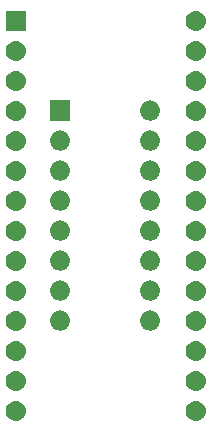
<source format=gbr>
G04 #@! TF.GenerationSoftware,KiCad,Pcbnew,(5.1.4)-1*
G04 #@! TF.CreationDate,2021-03-20T01:01:25-04:00*
G04 #@! TF.ProjectId,27c256_to_82s123,32376332-3536-45f7-946f-5f3832733132,rev?*
G04 #@! TF.SameCoordinates,Original*
G04 #@! TF.FileFunction,Soldermask,Top*
G04 #@! TF.FilePolarity,Negative*
%FSLAX46Y46*%
G04 Gerber Fmt 4.6, Leading zero omitted, Abs format (unit mm)*
G04 Created by KiCad (PCBNEW (5.1.4)-1) date 2021-03-20 01:01:25*
%MOMM*%
%LPD*%
G04 APERTURE LIST*
%ADD10C,0.100000*%
G04 APERTURE END LIST*
D10*
G36*
X172656823Y-119431313D02*
G01*
X172817242Y-119479976D01*
X172949906Y-119550886D01*
X172965078Y-119558996D01*
X173094659Y-119665341D01*
X173201004Y-119794922D01*
X173201005Y-119794924D01*
X173280024Y-119942758D01*
X173328687Y-120103177D01*
X173345117Y-120270000D01*
X173328687Y-120436823D01*
X173280024Y-120597242D01*
X173209114Y-120729906D01*
X173201004Y-120745078D01*
X173094659Y-120874659D01*
X172965078Y-120981004D01*
X172965076Y-120981005D01*
X172817242Y-121060024D01*
X172656823Y-121108687D01*
X172531804Y-121121000D01*
X172448196Y-121121000D01*
X172323177Y-121108687D01*
X172162758Y-121060024D01*
X172014924Y-120981005D01*
X172014922Y-120981004D01*
X171885341Y-120874659D01*
X171778996Y-120745078D01*
X171770886Y-120729906D01*
X171699976Y-120597242D01*
X171651313Y-120436823D01*
X171634883Y-120270000D01*
X171651313Y-120103177D01*
X171699976Y-119942758D01*
X171778995Y-119794924D01*
X171778996Y-119794922D01*
X171885341Y-119665341D01*
X172014922Y-119558996D01*
X172030094Y-119550886D01*
X172162758Y-119479976D01*
X172323177Y-119431313D01*
X172448196Y-119419000D01*
X172531804Y-119419000D01*
X172656823Y-119431313D01*
X172656823Y-119431313D01*
G37*
G36*
X157416823Y-119431313D02*
G01*
X157577242Y-119479976D01*
X157709906Y-119550886D01*
X157725078Y-119558996D01*
X157854659Y-119665341D01*
X157961004Y-119794922D01*
X157961005Y-119794924D01*
X158040024Y-119942758D01*
X158088687Y-120103177D01*
X158105117Y-120270000D01*
X158088687Y-120436823D01*
X158040024Y-120597242D01*
X157969114Y-120729906D01*
X157961004Y-120745078D01*
X157854659Y-120874659D01*
X157725078Y-120981004D01*
X157725076Y-120981005D01*
X157577242Y-121060024D01*
X157416823Y-121108687D01*
X157291804Y-121121000D01*
X157208196Y-121121000D01*
X157083177Y-121108687D01*
X156922758Y-121060024D01*
X156774924Y-120981005D01*
X156774922Y-120981004D01*
X156645341Y-120874659D01*
X156538996Y-120745078D01*
X156530886Y-120729906D01*
X156459976Y-120597242D01*
X156411313Y-120436823D01*
X156394883Y-120270000D01*
X156411313Y-120103177D01*
X156459976Y-119942758D01*
X156538995Y-119794924D01*
X156538996Y-119794922D01*
X156645341Y-119665341D01*
X156774922Y-119558996D01*
X156790094Y-119550886D01*
X156922758Y-119479976D01*
X157083177Y-119431313D01*
X157208196Y-119419000D01*
X157291804Y-119419000D01*
X157416823Y-119431313D01*
X157416823Y-119431313D01*
G37*
G36*
X157416823Y-116891313D02*
G01*
X157577242Y-116939976D01*
X157709906Y-117010886D01*
X157725078Y-117018996D01*
X157854659Y-117125341D01*
X157961004Y-117254922D01*
X157961005Y-117254924D01*
X158040024Y-117402758D01*
X158088687Y-117563177D01*
X158105117Y-117730000D01*
X158088687Y-117896823D01*
X158040024Y-118057242D01*
X157969114Y-118189906D01*
X157961004Y-118205078D01*
X157854659Y-118334659D01*
X157725078Y-118441004D01*
X157725076Y-118441005D01*
X157577242Y-118520024D01*
X157416823Y-118568687D01*
X157291804Y-118581000D01*
X157208196Y-118581000D01*
X157083177Y-118568687D01*
X156922758Y-118520024D01*
X156774924Y-118441005D01*
X156774922Y-118441004D01*
X156645341Y-118334659D01*
X156538996Y-118205078D01*
X156530886Y-118189906D01*
X156459976Y-118057242D01*
X156411313Y-117896823D01*
X156394883Y-117730000D01*
X156411313Y-117563177D01*
X156459976Y-117402758D01*
X156538995Y-117254924D01*
X156538996Y-117254922D01*
X156645341Y-117125341D01*
X156774922Y-117018996D01*
X156790094Y-117010886D01*
X156922758Y-116939976D01*
X157083177Y-116891313D01*
X157208196Y-116879000D01*
X157291804Y-116879000D01*
X157416823Y-116891313D01*
X157416823Y-116891313D01*
G37*
G36*
X172656823Y-116891313D02*
G01*
X172817242Y-116939976D01*
X172949906Y-117010886D01*
X172965078Y-117018996D01*
X173094659Y-117125341D01*
X173201004Y-117254922D01*
X173201005Y-117254924D01*
X173280024Y-117402758D01*
X173328687Y-117563177D01*
X173345117Y-117730000D01*
X173328687Y-117896823D01*
X173280024Y-118057242D01*
X173209114Y-118189906D01*
X173201004Y-118205078D01*
X173094659Y-118334659D01*
X172965078Y-118441004D01*
X172965076Y-118441005D01*
X172817242Y-118520024D01*
X172656823Y-118568687D01*
X172531804Y-118581000D01*
X172448196Y-118581000D01*
X172323177Y-118568687D01*
X172162758Y-118520024D01*
X172014924Y-118441005D01*
X172014922Y-118441004D01*
X171885341Y-118334659D01*
X171778996Y-118205078D01*
X171770886Y-118189906D01*
X171699976Y-118057242D01*
X171651313Y-117896823D01*
X171634883Y-117730000D01*
X171651313Y-117563177D01*
X171699976Y-117402758D01*
X171778995Y-117254924D01*
X171778996Y-117254922D01*
X171885341Y-117125341D01*
X172014922Y-117018996D01*
X172030094Y-117010886D01*
X172162758Y-116939976D01*
X172323177Y-116891313D01*
X172448196Y-116879000D01*
X172531804Y-116879000D01*
X172656823Y-116891313D01*
X172656823Y-116891313D01*
G37*
G36*
X157416823Y-114351313D02*
G01*
X157577242Y-114399976D01*
X157709906Y-114470886D01*
X157725078Y-114478996D01*
X157854659Y-114585341D01*
X157961004Y-114714922D01*
X157961005Y-114714924D01*
X158040024Y-114862758D01*
X158088687Y-115023177D01*
X158105117Y-115190000D01*
X158088687Y-115356823D01*
X158040024Y-115517242D01*
X157969114Y-115649906D01*
X157961004Y-115665078D01*
X157854659Y-115794659D01*
X157725078Y-115901004D01*
X157725076Y-115901005D01*
X157577242Y-115980024D01*
X157416823Y-116028687D01*
X157291804Y-116041000D01*
X157208196Y-116041000D01*
X157083177Y-116028687D01*
X156922758Y-115980024D01*
X156774924Y-115901005D01*
X156774922Y-115901004D01*
X156645341Y-115794659D01*
X156538996Y-115665078D01*
X156530886Y-115649906D01*
X156459976Y-115517242D01*
X156411313Y-115356823D01*
X156394883Y-115190000D01*
X156411313Y-115023177D01*
X156459976Y-114862758D01*
X156538995Y-114714924D01*
X156538996Y-114714922D01*
X156645341Y-114585341D01*
X156774922Y-114478996D01*
X156790094Y-114470886D01*
X156922758Y-114399976D01*
X157083177Y-114351313D01*
X157208196Y-114339000D01*
X157291804Y-114339000D01*
X157416823Y-114351313D01*
X157416823Y-114351313D01*
G37*
G36*
X172656823Y-114351313D02*
G01*
X172817242Y-114399976D01*
X172949906Y-114470886D01*
X172965078Y-114478996D01*
X173094659Y-114585341D01*
X173201004Y-114714922D01*
X173201005Y-114714924D01*
X173280024Y-114862758D01*
X173328687Y-115023177D01*
X173345117Y-115190000D01*
X173328687Y-115356823D01*
X173280024Y-115517242D01*
X173209114Y-115649906D01*
X173201004Y-115665078D01*
X173094659Y-115794659D01*
X172965078Y-115901004D01*
X172965076Y-115901005D01*
X172817242Y-115980024D01*
X172656823Y-116028687D01*
X172531804Y-116041000D01*
X172448196Y-116041000D01*
X172323177Y-116028687D01*
X172162758Y-115980024D01*
X172014924Y-115901005D01*
X172014922Y-115901004D01*
X171885341Y-115794659D01*
X171778996Y-115665078D01*
X171770886Y-115649906D01*
X171699976Y-115517242D01*
X171651313Y-115356823D01*
X171634883Y-115190000D01*
X171651313Y-115023177D01*
X171699976Y-114862758D01*
X171778995Y-114714924D01*
X171778996Y-114714922D01*
X171885341Y-114585341D01*
X172014922Y-114478996D01*
X172030094Y-114470886D01*
X172162758Y-114399976D01*
X172323177Y-114351313D01*
X172448196Y-114339000D01*
X172531804Y-114339000D01*
X172656823Y-114351313D01*
X172656823Y-114351313D01*
G37*
G36*
X172656823Y-111811313D02*
G01*
X172817242Y-111859976D01*
X172949906Y-111930886D01*
X172965078Y-111938996D01*
X173094659Y-112045341D01*
X173201004Y-112174922D01*
X173201005Y-112174924D01*
X173280024Y-112322758D01*
X173328687Y-112483177D01*
X173345117Y-112650000D01*
X173328687Y-112816823D01*
X173280024Y-112977242D01*
X173209114Y-113109906D01*
X173201004Y-113125078D01*
X173094659Y-113254659D01*
X172965078Y-113361004D01*
X172965076Y-113361005D01*
X172817242Y-113440024D01*
X172656823Y-113488687D01*
X172531804Y-113501000D01*
X172448196Y-113501000D01*
X172323177Y-113488687D01*
X172162758Y-113440024D01*
X172014924Y-113361005D01*
X172014922Y-113361004D01*
X171885341Y-113254659D01*
X171778996Y-113125078D01*
X171770886Y-113109906D01*
X171699976Y-112977242D01*
X171651313Y-112816823D01*
X171634883Y-112650000D01*
X171651313Y-112483177D01*
X171699976Y-112322758D01*
X171778995Y-112174924D01*
X171778996Y-112174922D01*
X171885341Y-112045341D01*
X172014922Y-111938996D01*
X172030094Y-111930886D01*
X172162758Y-111859976D01*
X172323177Y-111811313D01*
X172448196Y-111799000D01*
X172531804Y-111799000D01*
X172656823Y-111811313D01*
X172656823Y-111811313D01*
G37*
G36*
X157416823Y-111811313D02*
G01*
X157577242Y-111859976D01*
X157709906Y-111930886D01*
X157725078Y-111938996D01*
X157854659Y-112045341D01*
X157961004Y-112174922D01*
X157961005Y-112174924D01*
X158040024Y-112322758D01*
X158088687Y-112483177D01*
X158105117Y-112650000D01*
X158088687Y-112816823D01*
X158040024Y-112977242D01*
X157969114Y-113109906D01*
X157961004Y-113125078D01*
X157854659Y-113254659D01*
X157725078Y-113361004D01*
X157725076Y-113361005D01*
X157577242Y-113440024D01*
X157416823Y-113488687D01*
X157291804Y-113501000D01*
X157208196Y-113501000D01*
X157083177Y-113488687D01*
X156922758Y-113440024D01*
X156774924Y-113361005D01*
X156774922Y-113361004D01*
X156645341Y-113254659D01*
X156538996Y-113125078D01*
X156530886Y-113109906D01*
X156459976Y-112977242D01*
X156411313Y-112816823D01*
X156394883Y-112650000D01*
X156411313Y-112483177D01*
X156459976Y-112322758D01*
X156538995Y-112174924D01*
X156538996Y-112174922D01*
X156645341Y-112045341D01*
X156774922Y-111938996D01*
X156790094Y-111930886D01*
X156922758Y-111859976D01*
X157083177Y-111811313D01*
X157208196Y-111799000D01*
X157291804Y-111799000D01*
X157416823Y-111811313D01*
X157416823Y-111811313D01*
G37*
G36*
X161166823Y-111761313D02*
G01*
X161327242Y-111809976D01*
X161420783Y-111859975D01*
X161475078Y-111888996D01*
X161604659Y-111995341D01*
X161711004Y-112124922D01*
X161711005Y-112124924D01*
X161790024Y-112272758D01*
X161838687Y-112433177D01*
X161855117Y-112600000D01*
X161838687Y-112766823D01*
X161790024Y-112927242D01*
X161763300Y-112977239D01*
X161711004Y-113075078D01*
X161604659Y-113204659D01*
X161475078Y-113311004D01*
X161475076Y-113311005D01*
X161327242Y-113390024D01*
X161166823Y-113438687D01*
X161041804Y-113451000D01*
X160958196Y-113451000D01*
X160833177Y-113438687D01*
X160672758Y-113390024D01*
X160524924Y-113311005D01*
X160524922Y-113311004D01*
X160395341Y-113204659D01*
X160288996Y-113075078D01*
X160236700Y-112977239D01*
X160209976Y-112927242D01*
X160161313Y-112766823D01*
X160144883Y-112600000D01*
X160161313Y-112433177D01*
X160209976Y-112272758D01*
X160288995Y-112124924D01*
X160288996Y-112124922D01*
X160395341Y-111995341D01*
X160524922Y-111888996D01*
X160579217Y-111859975D01*
X160672758Y-111809976D01*
X160833177Y-111761313D01*
X160958196Y-111749000D01*
X161041804Y-111749000D01*
X161166823Y-111761313D01*
X161166823Y-111761313D01*
G37*
G36*
X168786823Y-111761313D02*
G01*
X168947242Y-111809976D01*
X169040783Y-111859975D01*
X169095078Y-111888996D01*
X169224659Y-111995341D01*
X169331004Y-112124922D01*
X169331005Y-112124924D01*
X169410024Y-112272758D01*
X169458687Y-112433177D01*
X169475117Y-112600000D01*
X169458687Y-112766823D01*
X169410024Y-112927242D01*
X169383300Y-112977239D01*
X169331004Y-113075078D01*
X169224659Y-113204659D01*
X169095078Y-113311004D01*
X169095076Y-113311005D01*
X168947242Y-113390024D01*
X168786823Y-113438687D01*
X168661804Y-113451000D01*
X168578196Y-113451000D01*
X168453177Y-113438687D01*
X168292758Y-113390024D01*
X168144924Y-113311005D01*
X168144922Y-113311004D01*
X168015341Y-113204659D01*
X167908996Y-113075078D01*
X167856700Y-112977239D01*
X167829976Y-112927242D01*
X167781313Y-112766823D01*
X167764883Y-112600000D01*
X167781313Y-112433177D01*
X167829976Y-112272758D01*
X167908995Y-112124924D01*
X167908996Y-112124922D01*
X168015341Y-111995341D01*
X168144922Y-111888996D01*
X168199217Y-111859975D01*
X168292758Y-111809976D01*
X168453177Y-111761313D01*
X168578196Y-111749000D01*
X168661804Y-111749000D01*
X168786823Y-111761313D01*
X168786823Y-111761313D01*
G37*
G36*
X157416823Y-109271313D02*
G01*
X157577242Y-109319976D01*
X157709906Y-109390886D01*
X157725078Y-109398996D01*
X157854659Y-109505341D01*
X157961004Y-109634922D01*
X157961005Y-109634924D01*
X158040024Y-109782758D01*
X158088687Y-109943177D01*
X158105117Y-110110000D01*
X158088687Y-110276823D01*
X158040024Y-110437242D01*
X157969114Y-110569906D01*
X157961004Y-110585078D01*
X157854659Y-110714659D01*
X157725078Y-110821004D01*
X157725076Y-110821005D01*
X157577242Y-110900024D01*
X157416823Y-110948687D01*
X157291804Y-110961000D01*
X157208196Y-110961000D01*
X157083177Y-110948687D01*
X156922758Y-110900024D01*
X156774924Y-110821005D01*
X156774922Y-110821004D01*
X156645341Y-110714659D01*
X156538996Y-110585078D01*
X156530886Y-110569906D01*
X156459976Y-110437242D01*
X156411313Y-110276823D01*
X156394883Y-110110000D01*
X156411313Y-109943177D01*
X156459976Y-109782758D01*
X156538995Y-109634924D01*
X156538996Y-109634922D01*
X156645341Y-109505341D01*
X156774922Y-109398996D01*
X156790094Y-109390886D01*
X156922758Y-109319976D01*
X157083177Y-109271313D01*
X157208196Y-109259000D01*
X157291804Y-109259000D01*
X157416823Y-109271313D01*
X157416823Y-109271313D01*
G37*
G36*
X172656823Y-109271313D02*
G01*
X172817242Y-109319976D01*
X172949906Y-109390886D01*
X172965078Y-109398996D01*
X173094659Y-109505341D01*
X173201004Y-109634922D01*
X173201005Y-109634924D01*
X173280024Y-109782758D01*
X173328687Y-109943177D01*
X173345117Y-110110000D01*
X173328687Y-110276823D01*
X173280024Y-110437242D01*
X173209114Y-110569906D01*
X173201004Y-110585078D01*
X173094659Y-110714659D01*
X172965078Y-110821004D01*
X172965076Y-110821005D01*
X172817242Y-110900024D01*
X172656823Y-110948687D01*
X172531804Y-110961000D01*
X172448196Y-110961000D01*
X172323177Y-110948687D01*
X172162758Y-110900024D01*
X172014924Y-110821005D01*
X172014922Y-110821004D01*
X171885341Y-110714659D01*
X171778996Y-110585078D01*
X171770886Y-110569906D01*
X171699976Y-110437242D01*
X171651313Y-110276823D01*
X171634883Y-110110000D01*
X171651313Y-109943177D01*
X171699976Y-109782758D01*
X171778995Y-109634924D01*
X171778996Y-109634922D01*
X171885341Y-109505341D01*
X172014922Y-109398996D01*
X172030094Y-109390886D01*
X172162758Y-109319976D01*
X172323177Y-109271313D01*
X172448196Y-109259000D01*
X172531804Y-109259000D01*
X172656823Y-109271313D01*
X172656823Y-109271313D01*
G37*
G36*
X168786823Y-109221313D02*
G01*
X168947242Y-109269976D01*
X169040783Y-109319975D01*
X169095078Y-109348996D01*
X169224659Y-109455341D01*
X169331004Y-109584922D01*
X169331005Y-109584924D01*
X169410024Y-109732758D01*
X169458687Y-109893177D01*
X169475117Y-110060000D01*
X169458687Y-110226823D01*
X169410024Y-110387242D01*
X169383300Y-110437239D01*
X169331004Y-110535078D01*
X169224659Y-110664659D01*
X169095078Y-110771004D01*
X169095076Y-110771005D01*
X168947242Y-110850024D01*
X168786823Y-110898687D01*
X168661804Y-110911000D01*
X168578196Y-110911000D01*
X168453177Y-110898687D01*
X168292758Y-110850024D01*
X168144924Y-110771005D01*
X168144922Y-110771004D01*
X168015341Y-110664659D01*
X167908996Y-110535078D01*
X167856700Y-110437239D01*
X167829976Y-110387242D01*
X167781313Y-110226823D01*
X167764883Y-110060000D01*
X167781313Y-109893177D01*
X167829976Y-109732758D01*
X167908995Y-109584924D01*
X167908996Y-109584922D01*
X168015341Y-109455341D01*
X168144922Y-109348996D01*
X168199217Y-109319975D01*
X168292758Y-109269976D01*
X168453177Y-109221313D01*
X168578196Y-109209000D01*
X168661804Y-109209000D01*
X168786823Y-109221313D01*
X168786823Y-109221313D01*
G37*
G36*
X161166823Y-109221313D02*
G01*
X161327242Y-109269976D01*
X161420783Y-109319975D01*
X161475078Y-109348996D01*
X161604659Y-109455341D01*
X161711004Y-109584922D01*
X161711005Y-109584924D01*
X161790024Y-109732758D01*
X161838687Y-109893177D01*
X161855117Y-110060000D01*
X161838687Y-110226823D01*
X161790024Y-110387242D01*
X161763300Y-110437239D01*
X161711004Y-110535078D01*
X161604659Y-110664659D01*
X161475078Y-110771004D01*
X161475076Y-110771005D01*
X161327242Y-110850024D01*
X161166823Y-110898687D01*
X161041804Y-110911000D01*
X160958196Y-110911000D01*
X160833177Y-110898687D01*
X160672758Y-110850024D01*
X160524924Y-110771005D01*
X160524922Y-110771004D01*
X160395341Y-110664659D01*
X160288996Y-110535078D01*
X160236700Y-110437239D01*
X160209976Y-110387242D01*
X160161313Y-110226823D01*
X160144883Y-110060000D01*
X160161313Y-109893177D01*
X160209976Y-109732758D01*
X160288995Y-109584924D01*
X160288996Y-109584922D01*
X160395341Y-109455341D01*
X160524922Y-109348996D01*
X160579217Y-109319975D01*
X160672758Y-109269976D01*
X160833177Y-109221313D01*
X160958196Y-109209000D01*
X161041804Y-109209000D01*
X161166823Y-109221313D01*
X161166823Y-109221313D01*
G37*
G36*
X172656823Y-106731313D02*
G01*
X172817242Y-106779976D01*
X172949906Y-106850886D01*
X172965078Y-106858996D01*
X173094659Y-106965341D01*
X173201004Y-107094922D01*
X173201005Y-107094924D01*
X173280024Y-107242758D01*
X173328687Y-107403177D01*
X173345117Y-107570000D01*
X173328687Y-107736823D01*
X173280024Y-107897242D01*
X173209114Y-108029906D01*
X173201004Y-108045078D01*
X173094659Y-108174659D01*
X172965078Y-108281004D01*
X172965076Y-108281005D01*
X172817242Y-108360024D01*
X172656823Y-108408687D01*
X172531804Y-108421000D01*
X172448196Y-108421000D01*
X172323177Y-108408687D01*
X172162758Y-108360024D01*
X172014924Y-108281005D01*
X172014922Y-108281004D01*
X171885341Y-108174659D01*
X171778996Y-108045078D01*
X171770886Y-108029906D01*
X171699976Y-107897242D01*
X171651313Y-107736823D01*
X171634883Y-107570000D01*
X171651313Y-107403177D01*
X171699976Y-107242758D01*
X171778995Y-107094924D01*
X171778996Y-107094922D01*
X171885341Y-106965341D01*
X172014922Y-106858996D01*
X172030094Y-106850886D01*
X172162758Y-106779976D01*
X172323177Y-106731313D01*
X172448196Y-106719000D01*
X172531804Y-106719000D01*
X172656823Y-106731313D01*
X172656823Y-106731313D01*
G37*
G36*
X157416823Y-106731313D02*
G01*
X157577242Y-106779976D01*
X157709906Y-106850886D01*
X157725078Y-106858996D01*
X157854659Y-106965341D01*
X157961004Y-107094922D01*
X157961005Y-107094924D01*
X158040024Y-107242758D01*
X158088687Y-107403177D01*
X158105117Y-107570000D01*
X158088687Y-107736823D01*
X158040024Y-107897242D01*
X157969114Y-108029906D01*
X157961004Y-108045078D01*
X157854659Y-108174659D01*
X157725078Y-108281004D01*
X157725076Y-108281005D01*
X157577242Y-108360024D01*
X157416823Y-108408687D01*
X157291804Y-108421000D01*
X157208196Y-108421000D01*
X157083177Y-108408687D01*
X156922758Y-108360024D01*
X156774924Y-108281005D01*
X156774922Y-108281004D01*
X156645341Y-108174659D01*
X156538996Y-108045078D01*
X156530886Y-108029906D01*
X156459976Y-107897242D01*
X156411313Y-107736823D01*
X156394883Y-107570000D01*
X156411313Y-107403177D01*
X156459976Y-107242758D01*
X156538995Y-107094924D01*
X156538996Y-107094922D01*
X156645341Y-106965341D01*
X156774922Y-106858996D01*
X156790094Y-106850886D01*
X156922758Y-106779976D01*
X157083177Y-106731313D01*
X157208196Y-106719000D01*
X157291804Y-106719000D01*
X157416823Y-106731313D01*
X157416823Y-106731313D01*
G37*
G36*
X161166823Y-106681313D02*
G01*
X161327242Y-106729976D01*
X161420783Y-106779975D01*
X161475078Y-106808996D01*
X161604659Y-106915341D01*
X161711004Y-107044922D01*
X161711005Y-107044924D01*
X161790024Y-107192758D01*
X161838687Y-107353177D01*
X161855117Y-107520000D01*
X161838687Y-107686823D01*
X161790024Y-107847242D01*
X161763300Y-107897239D01*
X161711004Y-107995078D01*
X161604659Y-108124659D01*
X161475078Y-108231004D01*
X161475076Y-108231005D01*
X161327242Y-108310024D01*
X161166823Y-108358687D01*
X161041804Y-108371000D01*
X160958196Y-108371000D01*
X160833177Y-108358687D01*
X160672758Y-108310024D01*
X160524924Y-108231005D01*
X160524922Y-108231004D01*
X160395341Y-108124659D01*
X160288996Y-107995078D01*
X160236700Y-107897239D01*
X160209976Y-107847242D01*
X160161313Y-107686823D01*
X160144883Y-107520000D01*
X160161313Y-107353177D01*
X160209976Y-107192758D01*
X160288995Y-107044924D01*
X160288996Y-107044922D01*
X160395341Y-106915341D01*
X160524922Y-106808996D01*
X160579217Y-106779975D01*
X160672758Y-106729976D01*
X160833177Y-106681313D01*
X160958196Y-106669000D01*
X161041804Y-106669000D01*
X161166823Y-106681313D01*
X161166823Y-106681313D01*
G37*
G36*
X168786823Y-106681313D02*
G01*
X168947242Y-106729976D01*
X169040783Y-106779975D01*
X169095078Y-106808996D01*
X169224659Y-106915341D01*
X169331004Y-107044922D01*
X169331005Y-107044924D01*
X169410024Y-107192758D01*
X169458687Y-107353177D01*
X169475117Y-107520000D01*
X169458687Y-107686823D01*
X169410024Y-107847242D01*
X169383300Y-107897239D01*
X169331004Y-107995078D01*
X169224659Y-108124659D01*
X169095078Y-108231004D01*
X169095076Y-108231005D01*
X168947242Y-108310024D01*
X168786823Y-108358687D01*
X168661804Y-108371000D01*
X168578196Y-108371000D01*
X168453177Y-108358687D01*
X168292758Y-108310024D01*
X168144924Y-108231005D01*
X168144922Y-108231004D01*
X168015341Y-108124659D01*
X167908996Y-107995078D01*
X167856700Y-107897239D01*
X167829976Y-107847242D01*
X167781313Y-107686823D01*
X167764883Y-107520000D01*
X167781313Y-107353177D01*
X167829976Y-107192758D01*
X167908995Y-107044924D01*
X167908996Y-107044922D01*
X168015341Y-106915341D01*
X168144922Y-106808996D01*
X168199217Y-106779975D01*
X168292758Y-106729976D01*
X168453177Y-106681313D01*
X168578196Y-106669000D01*
X168661804Y-106669000D01*
X168786823Y-106681313D01*
X168786823Y-106681313D01*
G37*
G36*
X157416823Y-104191313D02*
G01*
X157577242Y-104239976D01*
X157709906Y-104310886D01*
X157725078Y-104318996D01*
X157854659Y-104425341D01*
X157961004Y-104554922D01*
X157961005Y-104554924D01*
X158040024Y-104702758D01*
X158088687Y-104863177D01*
X158105117Y-105030000D01*
X158088687Y-105196823D01*
X158040024Y-105357242D01*
X157969114Y-105489906D01*
X157961004Y-105505078D01*
X157854659Y-105634659D01*
X157725078Y-105741004D01*
X157725076Y-105741005D01*
X157577242Y-105820024D01*
X157416823Y-105868687D01*
X157291804Y-105881000D01*
X157208196Y-105881000D01*
X157083177Y-105868687D01*
X156922758Y-105820024D01*
X156774924Y-105741005D01*
X156774922Y-105741004D01*
X156645341Y-105634659D01*
X156538996Y-105505078D01*
X156530886Y-105489906D01*
X156459976Y-105357242D01*
X156411313Y-105196823D01*
X156394883Y-105030000D01*
X156411313Y-104863177D01*
X156459976Y-104702758D01*
X156538995Y-104554924D01*
X156538996Y-104554922D01*
X156645341Y-104425341D01*
X156774922Y-104318996D01*
X156790094Y-104310886D01*
X156922758Y-104239976D01*
X157083177Y-104191313D01*
X157208196Y-104179000D01*
X157291804Y-104179000D01*
X157416823Y-104191313D01*
X157416823Y-104191313D01*
G37*
G36*
X172656823Y-104191313D02*
G01*
X172817242Y-104239976D01*
X172949906Y-104310886D01*
X172965078Y-104318996D01*
X173094659Y-104425341D01*
X173201004Y-104554922D01*
X173201005Y-104554924D01*
X173280024Y-104702758D01*
X173328687Y-104863177D01*
X173345117Y-105030000D01*
X173328687Y-105196823D01*
X173280024Y-105357242D01*
X173209114Y-105489906D01*
X173201004Y-105505078D01*
X173094659Y-105634659D01*
X172965078Y-105741004D01*
X172965076Y-105741005D01*
X172817242Y-105820024D01*
X172656823Y-105868687D01*
X172531804Y-105881000D01*
X172448196Y-105881000D01*
X172323177Y-105868687D01*
X172162758Y-105820024D01*
X172014924Y-105741005D01*
X172014922Y-105741004D01*
X171885341Y-105634659D01*
X171778996Y-105505078D01*
X171770886Y-105489906D01*
X171699976Y-105357242D01*
X171651313Y-105196823D01*
X171634883Y-105030000D01*
X171651313Y-104863177D01*
X171699976Y-104702758D01*
X171778995Y-104554924D01*
X171778996Y-104554922D01*
X171885341Y-104425341D01*
X172014922Y-104318996D01*
X172030094Y-104310886D01*
X172162758Y-104239976D01*
X172323177Y-104191313D01*
X172448196Y-104179000D01*
X172531804Y-104179000D01*
X172656823Y-104191313D01*
X172656823Y-104191313D01*
G37*
G36*
X161166823Y-104141313D02*
G01*
X161327242Y-104189976D01*
X161420783Y-104239975D01*
X161475078Y-104268996D01*
X161604659Y-104375341D01*
X161711004Y-104504922D01*
X161711005Y-104504924D01*
X161790024Y-104652758D01*
X161838687Y-104813177D01*
X161855117Y-104980000D01*
X161838687Y-105146823D01*
X161790024Y-105307242D01*
X161763300Y-105357239D01*
X161711004Y-105455078D01*
X161604659Y-105584659D01*
X161475078Y-105691004D01*
X161475076Y-105691005D01*
X161327242Y-105770024D01*
X161166823Y-105818687D01*
X161041804Y-105831000D01*
X160958196Y-105831000D01*
X160833177Y-105818687D01*
X160672758Y-105770024D01*
X160524924Y-105691005D01*
X160524922Y-105691004D01*
X160395341Y-105584659D01*
X160288996Y-105455078D01*
X160236700Y-105357239D01*
X160209976Y-105307242D01*
X160161313Y-105146823D01*
X160144883Y-104980000D01*
X160161313Y-104813177D01*
X160209976Y-104652758D01*
X160288995Y-104504924D01*
X160288996Y-104504922D01*
X160395341Y-104375341D01*
X160524922Y-104268996D01*
X160579217Y-104239975D01*
X160672758Y-104189976D01*
X160833177Y-104141313D01*
X160958196Y-104129000D01*
X161041804Y-104129000D01*
X161166823Y-104141313D01*
X161166823Y-104141313D01*
G37*
G36*
X168786823Y-104141313D02*
G01*
X168947242Y-104189976D01*
X169040783Y-104239975D01*
X169095078Y-104268996D01*
X169224659Y-104375341D01*
X169331004Y-104504922D01*
X169331005Y-104504924D01*
X169410024Y-104652758D01*
X169458687Y-104813177D01*
X169475117Y-104980000D01*
X169458687Y-105146823D01*
X169410024Y-105307242D01*
X169383300Y-105357239D01*
X169331004Y-105455078D01*
X169224659Y-105584659D01*
X169095078Y-105691004D01*
X169095076Y-105691005D01*
X168947242Y-105770024D01*
X168786823Y-105818687D01*
X168661804Y-105831000D01*
X168578196Y-105831000D01*
X168453177Y-105818687D01*
X168292758Y-105770024D01*
X168144924Y-105691005D01*
X168144922Y-105691004D01*
X168015341Y-105584659D01*
X167908996Y-105455078D01*
X167856700Y-105357239D01*
X167829976Y-105307242D01*
X167781313Y-105146823D01*
X167764883Y-104980000D01*
X167781313Y-104813177D01*
X167829976Y-104652758D01*
X167908995Y-104504924D01*
X167908996Y-104504922D01*
X168015341Y-104375341D01*
X168144922Y-104268996D01*
X168199217Y-104239975D01*
X168292758Y-104189976D01*
X168453177Y-104141313D01*
X168578196Y-104129000D01*
X168661804Y-104129000D01*
X168786823Y-104141313D01*
X168786823Y-104141313D01*
G37*
G36*
X172656823Y-101651313D02*
G01*
X172817242Y-101699976D01*
X172949906Y-101770886D01*
X172965078Y-101778996D01*
X173094659Y-101885341D01*
X173201004Y-102014922D01*
X173201005Y-102014924D01*
X173280024Y-102162758D01*
X173328687Y-102323177D01*
X173345117Y-102490000D01*
X173328687Y-102656823D01*
X173280024Y-102817242D01*
X173209114Y-102949906D01*
X173201004Y-102965078D01*
X173094659Y-103094659D01*
X172965078Y-103201004D01*
X172965076Y-103201005D01*
X172817242Y-103280024D01*
X172656823Y-103328687D01*
X172531804Y-103341000D01*
X172448196Y-103341000D01*
X172323177Y-103328687D01*
X172162758Y-103280024D01*
X172014924Y-103201005D01*
X172014922Y-103201004D01*
X171885341Y-103094659D01*
X171778996Y-102965078D01*
X171770886Y-102949906D01*
X171699976Y-102817242D01*
X171651313Y-102656823D01*
X171634883Y-102490000D01*
X171651313Y-102323177D01*
X171699976Y-102162758D01*
X171778995Y-102014924D01*
X171778996Y-102014922D01*
X171885341Y-101885341D01*
X172014922Y-101778996D01*
X172030094Y-101770886D01*
X172162758Y-101699976D01*
X172323177Y-101651313D01*
X172448196Y-101639000D01*
X172531804Y-101639000D01*
X172656823Y-101651313D01*
X172656823Y-101651313D01*
G37*
G36*
X157416823Y-101651313D02*
G01*
X157577242Y-101699976D01*
X157709906Y-101770886D01*
X157725078Y-101778996D01*
X157854659Y-101885341D01*
X157961004Y-102014922D01*
X157961005Y-102014924D01*
X158040024Y-102162758D01*
X158088687Y-102323177D01*
X158105117Y-102490000D01*
X158088687Y-102656823D01*
X158040024Y-102817242D01*
X157969114Y-102949906D01*
X157961004Y-102965078D01*
X157854659Y-103094659D01*
X157725078Y-103201004D01*
X157725076Y-103201005D01*
X157577242Y-103280024D01*
X157416823Y-103328687D01*
X157291804Y-103341000D01*
X157208196Y-103341000D01*
X157083177Y-103328687D01*
X156922758Y-103280024D01*
X156774924Y-103201005D01*
X156774922Y-103201004D01*
X156645341Y-103094659D01*
X156538996Y-102965078D01*
X156530886Y-102949906D01*
X156459976Y-102817242D01*
X156411313Y-102656823D01*
X156394883Y-102490000D01*
X156411313Y-102323177D01*
X156459976Y-102162758D01*
X156538995Y-102014924D01*
X156538996Y-102014922D01*
X156645341Y-101885341D01*
X156774922Y-101778996D01*
X156790094Y-101770886D01*
X156922758Y-101699976D01*
X157083177Y-101651313D01*
X157208196Y-101639000D01*
X157291804Y-101639000D01*
X157416823Y-101651313D01*
X157416823Y-101651313D01*
G37*
G36*
X161166823Y-101601313D02*
G01*
X161327242Y-101649976D01*
X161420783Y-101699975D01*
X161475078Y-101728996D01*
X161604659Y-101835341D01*
X161711004Y-101964922D01*
X161711005Y-101964924D01*
X161790024Y-102112758D01*
X161838687Y-102273177D01*
X161855117Y-102440000D01*
X161838687Y-102606823D01*
X161790024Y-102767242D01*
X161763300Y-102817239D01*
X161711004Y-102915078D01*
X161604659Y-103044659D01*
X161475078Y-103151004D01*
X161475076Y-103151005D01*
X161327242Y-103230024D01*
X161166823Y-103278687D01*
X161041804Y-103291000D01*
X160958196Y-103291000D01*
X160833177Y-103278687D01*
X160672758Y-103230024D01*
X160524924Y-103151005D01*
X160524922Y-103151004D01*
X160395341Y-103044659D01*
X160288996Y-102915078D01*
X160236700Y-102817239D01*
X160209976Y-102767242D01*
X160161313Y-102606823D01*
X160144883Y-102440000D01*
X160161313Y-102273177D01*
X160209976Y-102112758D01*
X160288995Y-101964924D01*
X160288996Y-101964922D01*
X160395341Y-101835341D01*
X160524922Y-101728996D01*
X160579217Y-101699975D01*
X160672758Y-101649976D01*
X160833177Y-101601313D01*
X160958196Y-101589000D01*
X161041804Y-101589000D01*
X161166823Y-101601313D01*
X161166823Y-101601313D01*
G37*
G36*
X168786823Y-101601313D02*
G01*
X168947242Y-101649976D01*
X169040783Y-101699975D01*
X169095078Y-101728996D01*
X169224659Y-101835341D01*
X169331004Y-101964922D01*
X169331005Y-101964924D01*
X169410024Y-102112758D01*
X169458687Y-102273177D01*
X169475117Y-102440000D01*
X169458687Y-102606823D01*
X169410024Y-102767242D01*
X169383300Y-102817239D01*
X169331004Y-102915078D01*
X169224659Y-103044659D01*
X169095078Y-103151004D01*
X169095076Y-103151005D01*
X168947242Y-103230024D01*
X168786823Y-103278687D01*
X168661804Y-103291000D01*
X168578196Y-103291000D01*
X168453177Y-103278687D01*
X168292758Y-103230024D01*
X168144924Y-103151005D01*
X168144922Y-103151004D01*
X168015341Y-103044659D01*
X167908996Y-102915078D01*
X167856700Y-102817239D01*
X167829976Y-102767242D01*
X167781313Y-102606823D01*
X167764883Y-102440000D01*
X167781313Y-102273177D01*
X167829976Y-102112758D01*
X167908995Y-101964924D01*
X167908996Y-101964922D01*
X168015341Y-101835341D01*
X168144922Y-101728996D01*
X168199217Y-101699975D01*
X168292758Y-101649976D01*
X168453177Y-101601313D01*
X168578196Y-101589000D01*
X168661804Y-101589000D01*
X168786823Y-101601313D01*
X168786823Y-101601313D01*
G37*
G36*
X157416823Y-99111313D02*
G01*
X157577242Y-99159976D01*
X157709906Y-99230886D01*
X157725078Y-99238996D01*
X157854659Y-99345341D01*
X157961004Y-99474922D01*
X157961005Y-99474924D01*
X158040024Y-99622758D01*
X158088687Y-99783177D01*
X158105117Y-99950000D01*
X158088687Y-100116823D01*
X158040024Y-100277242D01*
X157969114Y-100409906D01*
X157961004Y-100425078D01*
X157854659Y-100554659D01*
X157725078Y-100661004D01*
X157725076Y-100661005D01*
X157577242Y-100740024D01*
X157416823Y-100788687D01*
X157291804Y-100801000D01*
X157208196Y-100801000D01*
X157083177Y-100788687D01*
X156922758Y-100740024D01*
X156774924Y-100661005D01*
X156774922Y-100661004D01*
X156645341Y-100554659D01*
X156538996Y-100425078D01*
X156530886Y-100409906D01*
X156459976Y-100277242D01*
X156411313Y-100116823D01*
X156394883Y-99950000D01*
X156411313Y-99783177D01*
X156459976Y-99622758D01*
X156538995Y-99474924D01*
X156538996Y-99474922D01*
X156645341Y-99345341D01*
X156774922Y-99238996D01*
X156790094Y-99230886D01*
X156922758Y-99159976D01*
X157083177Y-99111313D01*
X157208196Y-99099000D01*
X157291804Y-99099000D01*
X157416823Y-99111313D01*
X157416823Y-99111313D01*
G37*
G36*
X172656823Y-99111313D02*
G01*
X172817242Y-99159976D01*
X172949906Y-99230886D01*
X172965078Y-99238996D01*
X173094659Y-99345341D01*
X173201004Y-99474922D01*
X173201005Y-99474924D01*
X173280024Y-99622758D01*
X173328687Y-99783177D01*
X173345117Y-99950000D01*
X173328687Y-100116823D01*
X173280024Y-100277242D01*
X173209114Y-100409906D01*
X173201004Y-100425078D01*
X173094659Y-100554659D01*
X172965078Y-100661004D01*
X172965076Y-100661005D01*
X172817242Y-100740024D01*
X172656823Y-100788687D01*
X172531804Y-100801000D01*
X172448196Y-100801000D01*
X172323177Y-100788687D01*
X172162758Y-100740024D01*
X172014924Y-100661005D01*
X172014922Y-100661004D01*
X171885341Y-100554659D01*
X171778996Y-100425078D01*
X171770886Y-100409906D01*
X171699976Y-100277242D01*
X171651313Y-100116823D01*
X171634883Y-99950000D01*
X171651313Y-99783177D01*
X171699976Y-99622758D01*
X171778995Y-99474924D01*
X171778996Y-99474922D01*
X171885341Y-99345341D01*
X172014922Y-99238996D01*
X172030094Y-99230886D01*
X172162758Y-99159976D01*
X172323177Y-99111313D01*
X172448196Y-99099000D01*
X172531804Y-99099000D01*
X172656823Y-99111313D01*
X172656823Y-99111313D01*
G37*
G36*
X161166823Y-99061313D02*
G01*
X161327242Y-99109976D01*
X161420783Y-99159975D01*
X161475078Y-99188996D01*
X161604659Y-99295341D01*
X161711004Y-99424922D01*
X161711005Y-99424924D01*
X161790024Y-99572758D01*
X161838687Y-99733177D01*
X161855117Y-99900000D01*
X161838687Y-100066823D01*
X161790024Y-100227242D01*
X161763300Y-100277239D01*
X161711004Y-100375078D01*
X161604659Y-100504659D01*
X161475078Y-100611004D01*
X161475076Y-100611005D01*
X161327242Y-100690024D01*
X161166823Y-100738687D01*
X161041804Y-100751000D01*
X160958196Y-100751000D01*
X160833177Y-100738687D01*
X160672758Y-100690024D01*
X160524924Y-100611005D01*
X160524922Y-100611004D01*
X160395341Y-100504659D01*
X160288996Y-100375078D01*
X160236700Y-100277239D01*
X160209976Y-100227242D01*
X160161313Y-100066823D01*
X160144883Y-99900000D01*
X160161313Y-99733177D01*
X160209976Y-99572758D01*
X160288995Y-99424924D01*
X160288996Y-99424922D01*
X160395341Y-99295341D01*
X160524922Y-99188996D01*
X160579217Y-99159975D01*
X160672758Y-99109976D01*
X160833177Y-99061313D01*
X160958196Y-99049000D01*
X161041804Y-99049000D01*
X161166823Y-99061313D01*
X161166823Y-99061313D01*
G37*
G36*
X168786823Y-99061313D02*
G01*
X168947242Y-99109976D01*
X169040783Y-99159975D01*
X169095078Y-99188996D01*
X169224659Y-99295341D01*
X169331004Y-99424922D01*
X169331005Y-99424924D01*
X169410024Y-99572758D01*
X169458687Y-99733177D01*
X169475117Y-99900000D01*
X169458687Y-100066823D01*
X169410024Y-100227242D01*
X169383300Y-100277239D01*
X169331004Y-100375078D01*
X169224659Y-100504659D01*
X169095078Y-100611004D01*
X169095076Y-100611005D01*
X168947242Y-100690024D01*
X168786823Y-100738687D01*
X168661804Y-100751000D01*
X168578196Y-100751000D01*
X168453177Y-100738687D01*
X168292758Y-100690024D01*
X168144924Y-100611005D01*
X168144922Y-100611004D01*
X168015341Y-100504659D01*
X167908996Y-100375078D01*
X167856700Y-100277239D01*
X167829976Y-100227242D01*
X167781313Y-100066823D01*
X167764883Y-99900000D01*
X167781313Y-99733177D01*
X167829976Y-99572758D01*
X167908995Y-99424924D01*
X167908996Y-99424922D01*
X168015341Y-99295341D01*
X168144922Y-99188996D01*
X168199217Y-99159975D01*
X168292758Y-99109976D01*
X168453177Y-99061313D01*
X168578196Y-99049000D01*
X168661804Y-99049000D01*
X168786823Y-99061313D01*
X168786823Y-99061313D01*
G37*
G36*
X157416823Y-96571313D02*
G01*
X157577242Y-96619976D01*
X157709906Y-96690886D01*
X157725078Y-96698996D01*
X157854659Y-96805341D01*
X157961004Y-96934922D01*
X157961005Y-96934924D01*
X158040024Y-97082758D01*
X158088687Y-97243177D01*
X158105117Y-97410000D01*
X158088687Y-97576823D01*
X158040024Y-97737242D01*
X157969114Y-97869906D01*
X157961004Y-97885078D01*
X157854659Y-98014659D01*
X157725078Y-98121004D01*
X157725076Y-98121005D01*
X157577242Y-98200024D01*
X157416823Y-98248687D01*
X157291804Y-98261000D01*
X157208196Y-98261000D01*
X157083177Y-98248687D01*
X156922758Y-98200024D01*
X156774924Y-98121005D01*
X156774922Y-98121004D01*
X156645341Y-98014659D01*
X156538996Y-97885078D01*
X156530886Y-97869906D01*
X156459976Y-97737242D01*
X156411313Y-97576823D01*
X156394883Y-97410000D01*
X156411313Y-97243177D01*
X156459976Y-97082758D01*
X156538995Y-96934924D01*
X156538996Y-96934922D01*
X156645341Y-96805341D01*
X156774922Y-96698996D01*
X156790094Y-96690886D01*
X156922758Y-96619976D01*
X157083177Y-96571313D01*
X157208196Y-96559000D01*
X157291804Y-96559000D01*
X157416823Y-96571313D01*
X157416823Y-96571313D01*
G37*
G36*
X172656823Y-96571313D02*
G01*
X172817242Y-96619976D01*
X172949906Y-96690886D01*
X172965078Y-96698996D01*
X173094659Y-96805341D01*
X173201004Y-96934922D01*
X173201005Y-96934924D01*
X173280024Y-97082758D01*
X173328687Y-97243177D01*
X173345117Y-97410000D01*
X173328687Y-97576823D01*
X173280024Y-97737242D01*
X173209114Y-97869906D01*
X173201004Y-97885078D01*
X173094659Y-98014659D01*
X172965078Y-98121004D01*
X172965076Y-98121005D01*
X172817242Y-98200024D01*
X172656823Y-98248687D01*
X172531804Y-98261000D01*
X172448196Y-98261000D01*
X172323177Y-98248687D01*
X172162758Y-98200024D01*
X172014924Y-98121005D01*
X172014922Y-98121004D01*
X171885341Y-98014659D01*
X171778996Y-97885078D01*
X171770886Y-97869906D01*
X171699976Y-97737242D01*
X171651313Y-97576823D01*
X171634883Y-97410000D01*
X171651313Y-97243177D01*
X171699976Y-97082758D01*
X171778995Y-96934924D01*
X171778996Y-96934922D01*
X171885341Y-96805341D01*
X172014922Y-96698996D01*
X172030094Y-96690886D01*
X172162758Y-96619976D01*
X172323177Y-96571313D01*
X172448196Y-96559000D01*
X172531804Y-96559000D01*
X172656823Y-96571313D01*
X172656823Y-96571313D01*
G37*
G36*
X161166823Y-96521313D02*
G01*
X161327242Y-96569976D01*
X161420783Y-96619975D01*
X161475078Y-96648996D01*
X161604659Y-96755341D01*
X161711004Y-96884922D01*
X161711005Y-96884924D01*
X161790024Y-97032758D01*
X161838687Y-97193177D01*
X161855117Y-97360000D01*
X161838687Y-97526823D01*
X161790024Y-97687242D01*
X161763300Y-97737239D01*
X161711004Y-97835078D01*
X161604659Y-97964659D01*
X161475078Y-98071004D01*
X161475076Y-98071005D01*
X161327242Y-98150024D01*
X161166823Y-98198687D01*
X161041804Y-98211000D01*
X160958196Y-98211000D01*
X160833177Y-98198687D01*
X160672758Y-98150024D01*
X160524924Y-98071005D01*
X160524922Y-98071004D01*
X160395341Y-97964659D01*
X160288996Y-97835078D01*
X160236700Y-97737239D01*
X160209976Y-97687242D01*
X160161313Y-97526823D01*
X160144883Y-97360000D01*
X160161313Y-97193177D01*
X160209976Y-97032758D01*
X160288995Y-96884924D01*
X160288996Y-96884922D01*
X160395341Y-96755341D01*
X160524922Y-96648996D01*
X160579217Y-96619975D01*
X160672758Y-96569976D01*
X160833177Y-96521313D01*
X160958196Y-96509000D01*
X161041804Y-96509000D01*
X161166823Y-96521313D01*
X161166823Y-96521313D01*
G37*
G36*
X168786823Y-96521313D02*
G01*
X168947242Y-96569976D01*
X169040783Y-96619975D01*
X169095078Y-96648996D01*
X169224659Y-96755341D01*
X169331004Y-96884922D01*
X169331005Y-96884924D01*
X169410024Y-97032758D01*
X169458687Y-97193177D01*
X169475117Y-97360000D01*
X169458687Y-97526823D01*
X169410024Y-97687242D01*
X169383300Y-97737239D01*
X169331004Y-97835078D01*
X169224659Y-97964659D01*
X169095078Y-98071004D01*
X169095076Y-98071005D01*
X168947242Y-98150024D01*
X168786823Y-98198687D01*
X168661804Y-98211000D01*
X168578196Y-98211000D01*
X168453177Y-98198687D01*
X168292758Y-98150024D01*
X168144924Y-98071005D01*
X168144922Y-98071004D01*
X168015341Y-97964659D01*
X167908996Y-97835078D01*
X167856700Y-97737239D01*
X167829976Y-97687242D01*
X167781313Y-97526823D01*
X167764883Y-97360000D01*
X167781313Y-97193177D01*
X167829976Y-97032758D01*
X167908995Y-96884924D01*
X167908996Y-96884922D01*
X168015341Y-96755341D01*
X168144922Y-96648996D01*
X168199217Y-96619975D01*
X168292758Y-96569976D01*
X168453177Y-96521313D01*
X168578196Y-96509000D01*
X168661804Y-96509000D01*
X168786823Y-96521313D01*
X168786823Y-96521313D01*
G37*
G36*
X172656823Y-94031313D02*
G01*
X172817242Y-94079976D01*
X172949906Y-94150886D01*
X172965078Y-94158996D01*
X173094659Y-94265341D01*
X173201004Y-94394922D01*
X173201005Y-94394924D01*
X173280024Y-94542758D01*
X173328687Y-94703177D01*
X173345117Y-94870000D01*
X173328687Y-95036823D01*
X173280024Y-95197242D01*
X173209114Y-95329906D01*
X173201004Y-95345078D01*
X173094659Y-95474659D01*
X172965078Y-95581004D01*
X172965076Y-95581005D01*
X172817242Y-95660024D01*
X172656823Y-95708687D01*
X172531804Y-95721000D01*
X172448196Y-95721000D01*
X172323177Y-95708687D01*
X172162758Y-95660024D01*
X172014924Y-95581005D01*
X172014922Y-95581004D01*
X171885341Y-95474659D01*
X171778996Y-95345078D01*
X171770886Y-95329906D01*
X171699976Y-95197242D01*
X171651313Y-95036823D01*
X171634883Y-94870000D01*
X171651313Y-94703177D01*
X171699976Y-94542758D01*
X171778995Y-94394924D01*
X171778996Y-94394922D01*
X171885341Y-94265341D01*
X172014922Y-94158996D01*
X172030094Y-94150886D01*
X172162758Y-94079976D01*
X172323177Y-94031313D01*
X172448196Y-94019000D01*
X172531804Y-94019000D01*
X172656823Y-94031313D01*
X172656823Y-94031313D01*
G37*
G36*
X157416823Y-94031313D02*
G01*
X157577242Y-94079976D01*
X157709906Y-94150886D01*
X157725078Y-94158996D01*
X157854659Y-94265341D01*
X157961004Y-94394922D01*
X157961005Y-94394924D01*
X158040024Y-94542758D01*
X158088687Y-94703177D01*
X158105117Y-94870000D01*
X158088687Y-95036823D01*
X158040024Y-95197242D01*
X157969114Y-95329906D01*
X157961004Y-95345078D01*
X157854659Y-95474659D01*
X157725078Y-95581004D01*
X157725076Y-95581005D01*
X157577242Y-95660024D01*
X157416823Y-95708687D01*
X157291804Y-95721000D01*
X157208196Y-95721000D01*
X157083177Y-95708687D01*
X156922758Y-95660024D01*
X156774924Y-95581005D01*
X156774922Y-95581004D01*
X156645341Y-95474659D01*
X156538996Y-95345078D01*
X156530886Y-95329906D01*
X156459976Y-95197242D01*
X156411313Y-95036823D01*
X156394883Y-94870000D01*
X156411313Y-94703177D01*
X156459976Y-94542758D01*
X156538995Y-94394924D01*
X156538996Y-94394922D01*
X156645341Y-94265341D01*
X156774922Y-94158996D01*
X156790094Y-94150886D01*
X156922758Y-94079976D01*
X157083177Y-94031313D01*
X157208196Y-94019000D01*
X157291804Y-94019000D01*
X157416823Y-94031313D01*
X157416823Y-94031313D01*
G37*
G36*
X161851000Y-95671000D02*
G01*
X160149000Y-95671000D01*
X160149000Y-93969000D01*
X161851000Y-93969000D01*
X161851000Y-95671000D01*
X161851000Y-95671000D01*
G37*
G36*
X168786823Y-93981313D02*
G01*
X168947242Y-94029976D01*
X169040783Y-94079975D01*
X169095078Y-94108996D01*
X169224659Y-94215341D01*
X169331004Y-94344922D01*
X169331005Y-94344924D01*
X169410024Y-94492758D01*
X169458687Y-94653177D01*
X169475117Y-94820000D01*
X169458687Y-94986823D01*
X169410024Y-95147242D01*
X169383300Y-95197239D01*
X169331004Y-95295078D01*
X169224659Y-95424659D01*
X169095078Y-95531004D01*
X169095076Y-95531005D01*
X168947242Y-95610024D01*
X168786823Y-95658687D01*
X168661804Y-95671000D01*
X168578196Y-95671000D01*
X168453177Y-95658687D01*
X168292758Y-95610024D01*
X168144924Y-95531005D01*
X168144922Y-95531004D01*
X168015341Y-95424659D01*
X167908996Y-95295078D01*
X167856700Y-95197239D01*
X167829976Y-95147242D01*
X167781313Y-94986823D01*
X167764883Y-94820000D01*
X167781313Y-94653177D01*
X167829976Y-94492758D01*
X167908995Y-94344924D01*
X167908996Y-94344922D01*
X168015341Y-94215341D01*
X168144922Y-94108996D01*
X168199217Y-94079975D01*
X168292758Y-94029976D01*
X168453177Y-93981313D01*
X168578196Y-93969000D01*
X168661804Y-93969000D01*
X168786823Y-93981313D01*
X168786823Y-93981313D01*
G37*
G36*
X157416823Y-91491313D02*
G01*
X157577242Y-91539976D01*
X157709906Y-91610886D01*
X157725078Y-91618996D01*
X157854659Y-91725341D01*
X157961004Y-91854922D01*
X157961005Y-91854924D01*
X158040024Y-92002758D01*
X158088687Y-92163177D01*
X158105117Y-92330000D01*
X158088687Y-92496823D01*
X158040024Y-92657242D01*
X157969114Y-92789906D01*
X157961004Y-92805078D01*
X157854659Y-92934659D01*
X157725078Y-93041004D01*
X157725076Y-93041005D01*
X157577242Y-93120024D01*
X157416823Y-93168687D01*
X157291804Y-93181000D01*
X157208196Y-93181000D01*
X157083177Y-93168687D01*
X156922758Y-93120024D01*
X156774924Y-93041005D01*
X156774922Y-93041004D01*
X156645341Y-92934659D01*
X156538996Y-92805078D01*
X156530886Y-92789906D01*
X156459976Y-92657242D01*
X156411313Y-92496823D01*
X156394883Y-92330000D01*
X156411313Y-92163177D01*
X156459976Y-92002758D01*
X156538995Y-91854924D01*
X156538996Y-91854922D01*
X156645341Y-91725341D01*
X156774922Y-91618996D01*
X156790094Y-91610886D01*
X156922758Y-91539976D01*
X157083177Y-91491313D01*
X157208196Y-91479000D01*
X157291804Y-91479000D01*
X157416823Y-91491313D01*
X157416823Y-91491313D01*
G37*
G36*
X172656823Y-91491313D02*
G01*
X172817242Y-91539976D01*
X172949906Y-91610886D01*
X172965078Y-91618996D01*
X173094659Y-91725341D01*
X173201004Y-91854922D01*
X173201005Y-91854924D01*
X173280024Y-92002758D01*
X173328687Y-92163177D01*
X173345117Y-92330000D01*
X173328687Y-92496823D01*
X173280024Y-92657242D01*
X173209114Y-92789906D01*
X173201004Y-92805078D01*
X173094659Y-92934659D01*
X172965078Y-93041004D01*
X172965076Y-93041005D01*
X172817242Y-93120024D01*
X172656823Y-93168687D01*
X172531804Y-93181000D01*
X172448196Y-93181000D01*
X172323177Y-93168687D01*
X172162758Y-93120024D01*
X172014924Y-93041005D01*
X172014922Y-93041004D01*
X171885341Y-92934659D01*
X171778996Y-92805078D01*
X171770886Y-92789906D01*
X171699976Y-92657242D01*
X171651313Y-92496823D01*
X171634883Y-92330000D01*
X171651313Y-92163177D01*
X171699976Y-92002758D01*
X171778995Y-91854924D01*
X171778996Y-91854922D01*
X171885341Y-91725341D01*
X172014922Y-91618996D01*
X172030094Y-91610886D01*
X172162758Y-91539976D01*
X172323177Y-91491313D01*
X172448196Y-91479000D01*
X172531804Y-91479000D01*
X172656823Y-91491313D01*
X172656823Y-91491313D01*
G37*
G36*
X157416823Y-88951313D02*
G01*
X157577242Y-88999976D01*
X157709906Y-89070886D01*
X157725078Y-89078996D01*
X157854659Y-89185341D01*
X157961004Y-89314922D01*
X157961005Y-89314924D01*
X158040024Y-89462758D01*
X158088687Y-89623177D01*
X158105117Y-89790000D01*
X158088687Y-89956823D01*
X158040024Y-90117242D01*
X157969114Y-90249906D01*
X157961004Y-90265078D01*
X157854659Y-90394659D01*
X157725078Y-90501004D01*
X157725076Y-90501005D01*
X157577242Y-90580024D01*
X157416823Y-90628687D01*
X157291804Y-90641000D01*
X157208196Y-90641000D01*
X157083177Y-90628687D01*
X156922758Y-90580024D01*
X156774924Y-90501005D01*
X156774922Y-90501004D01*
X156645341Y-90394659D01*
X156538996Y-90265078D01*
X156530886Y-90249906D01*
X156459976Y-90117242D01*
X156411313Y-89956823D01*
X156394883Y-89790000D01*
X156411313Y-89623177D01*
X156459976Y-89462758D01*
X156538995Y-89314924D01*
X156538996Y-89314922D01*
X156645341Y-89185341D01*
X156774922Y-89078996D01*
X156790094Y-89070886D01*
X156922758Y-88999976D01*
X157083177Y-88951313D01*
X157208196Y-88939000D01*
X157291804Y-88939000D01*
X157416823Y-88951313D01*
X157416823Y-88951313D01*
G37*
G36*
X172656823Y-88951313D02*
G01*
X172817242Y-88999976D01*
X172949906Y-89070886D01*
X172965078Y-89078996D01*
X173094659Y-89185341D01*
X173201004Y-89314922D01*
X173201005Y-89314924D01*
X173280024Y-89462758D01*
X173328687Y-89623177D01*
X173345117Y-89790000D01*
X173328687Y-89956823D01*
X173280024Y-90117242D01*
X173209114Y-90249906D01*
X173201004Y-90265078D01*
X173094659Y-90394659D01*
X172965078Y-90501004D01*
X172965076Y-90501005D01*
X172817242Y-90580024D01*
X172656823Y-90628687D01*
X172531804Y-90641000D01*
X172448196Y-90641000D01*
X172323177Y-90628687D01*
X172162758Y-90580024D01*
X172014924Y-90501005D01*
X172014922Y-90501004D01*
X171885341Y-90394659D01*
X171778996Y-90265078D01*
X171770886Y-90249906D01*
X171699976Y-90117242D01*
X171651313Y-89956823D01*
X171634883Y-89790000D01*
X171651313Y-89623177D01*
X171699976Y-89462758D01*
X171778995Y-89314924D01*
X171778996Y-89314922D01*
X171885341Y-89185341D01*
X172014922Y-89078996D01*
X172030094Y-89070886D01*
X172162758Y-88999976D01*
X172323177Y-88951313D01*
X172448196Y-88939000D01*
X172531804Y-88939000D01*
X172656823Y-88951313D01*
X172656823Y-88951313D01*
G37*
G36*
X158101000Y-88101000D02*
G01*
X156399000Y-88101000D01*
X156399000Y-86399000D01*
X158101000Y-86399000D01*
X158101000Y-88101000D01*
X158101000Y-88101000D01*
G37*
G36*
X172656823Y-86411313D02*
G01*
X172817242Y-86459976D01*
X172949906Y-86530886D01*
X172965078Y-86538996D01*
X173094659Y-86645341D01*
X173201004Y-86774922D01*
X173201005Y-86774924D01*
X173280024Y-86922758D01*
X173328687Y-87083177D01*
X173345117Y-87250000D01*
X173328687Y-87416823D01*
X173280024Y-87577242D01*
X173209114Y-87709906D01*
X173201004Y-87725078D01*
X173094659Y-87854659D01*
X172965078Y-87961004D01*
X172965076Y-87961005D01*
X172817242Y-88040024D01*
X172656823Y-88088687D01*
X172531804Y-88101000D01*
X172448196Y-88101000D01*
X172323177Y-88088687D01*
X172162758Y-88040024D01*
X172014924Y-87961005D01*
X172014922Y-87961004D01*
X171885341Y-87854659D01*
X171778996Y-87725078D01*
X171770886Y-87709906D01*
X171699976Y-87577242D01*
X171651313Y-87416823D01*
X171634883Y-87250000D01*
X171651313Y-87083177D01*
X171699976Y-86922758D01*
X171778995Y-86774924D01*
X171778996Y-86774922D01*
X171885341Y-86645341D01*
X172014922Y-86538996D01*
X172030094Y-86530886D01*
X172162758Y-86459976D01*
X172323177Y-86411313D01*
X172448196Y-86399000D01*
X172531804Y-86399000D01*
X172656823Y-86411313D01*
X172656823Y-86411313D01*
G37*
M02*

</source>
